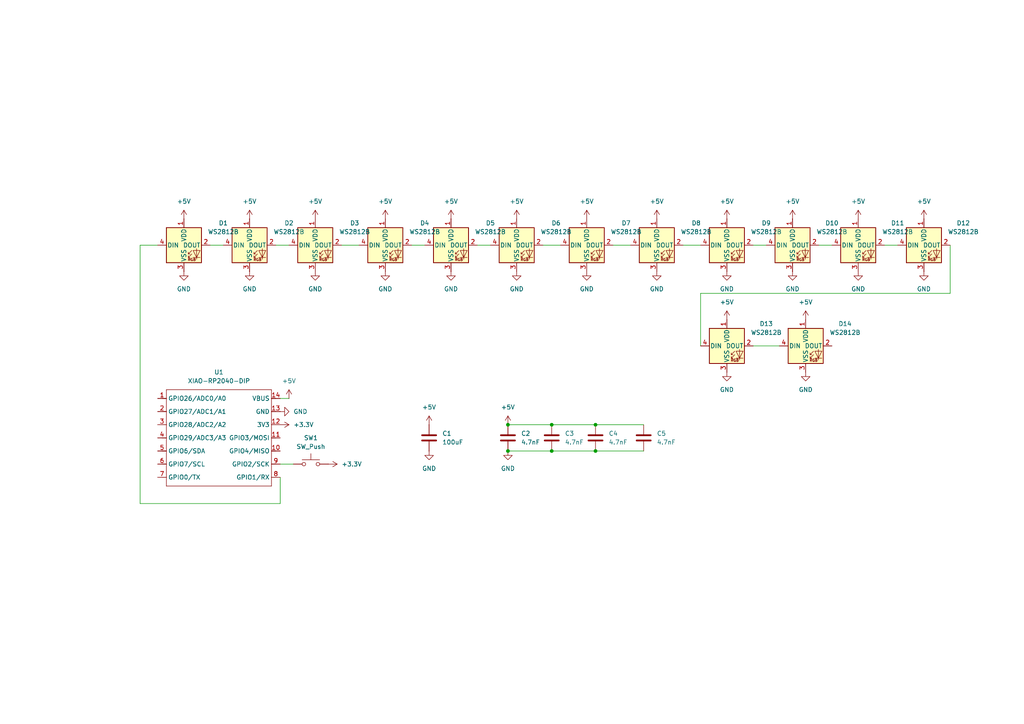
<source format=kicad_sch>
(kicad_sch (version 20250114) (generator "eeschema") (generator_version "9.0")
  (paper "A4")
  (lib_symbols
    (symbol "Device:C" (pin_numbers (hide yes)) (pin_names (offset 0.254))
      (property "Reference" "C" (at 0.635 2.54 0))
      (property "Value" "C" (at 0.635 -2.54 0))
      (symbol "C_0_1"
        (polyline (pts (xy -2.032 0.762) (xy 2.032 0.762)) (stroke (width 0.508)))
        (polyline (pts (xy -2.032 -0.762) (xy 2.032 -0.762)) (stroke (width 0.508)))
      )
      (symbol "C_1_1"
        (pin passive line (at 0 3.81 270) (length 2.794) (name "~") (number "1"))
        (pin passive line (at 0 -3.81 90) (length 2.794) (name "~") (number "2"))
      )
    )
    (symbol "LED:WS2812B" (pin_names (offset 0.254))
      (property "Reference" "D" (at 5.08 5.715 0))
      (property "Value" "WS2812B" (at 1.27 -5.715 0))
      (symbol "WS2812B_0_0"
        (text "RGB" (at 2.286 -4.191 0) (effects (font (size 0.762 0.762))))
      )
      (symbol "WS2812B_0_1"
        (polyline (pts (xy 1.27 -2.54) (xy 1.778 -2.54)))
        (polyline (pts (xy 1.27 -3.556) (xy 1.778 -3.556)))
        (polyline (pts (xy 2.286 -1.524) (xy 1.27 -2.54) (xy 1.27 -2.032)))
        (polyline (pts (xy 2.286 -2.54) (xy 1.27 -3.556) (xy 1.27 -3.048)))
        (polyline (pts (xy 3.683 -1.016) (xy 3.683 -3.556) (xy 3.683 -4.064)))
        (polyline (pts (xy 4.699 -1.524) (xy 2.667 -1.524) (xy 3.683 -3.556) (xy 4.699 -1.524)))
        (polyline (pts (xy 4.699 -3.556) (xy 2.667 -3.556)))
        (rectangle (start 5.08 5.08) (end -5.08 -5.08) (stroke (width 0.254)) (fill (type background)))
      )
      (symbol "WS2812B_1_1"
        (pin input line (at -7.62 0 0) (length 2.54) (name "DIN") (number "4"))
        (pin power_in line (at 0 7.62 270) (length 2.54) (name "VDD") (number "1"))
        (pin power_in line (at 0 -7.62 90) (length 2.54) (name "VSS") (number "3"))
        (pin output line (at 7.62 0 180) (length 2.54) (name "DOUT") (number "2"))
      )
    )
    (symbol "Seeed_Studio_XIAO_Series:XIAO-RP2040-DIP"
      (property "Reference" "U" (at 0 0 0))
      (property "Value" "XIAO-RP2040-DIP" (at 5.334 -1.778 0))
      (symbol "XIAO-RP2040-DIP_1_0"
        (polyline (pts (xy -1.27 -2.54) (xy 29.21 -2.54)) (stroke (width 0.1524)))
        (polyline (pts (xy -1.27 -5.08) (xy -2.54 -5.08)) (stroke (width 0.1524)))
        (polyline (pts (xy -1.27 -5.08) (xy -1.27 -2.54)) (stroke (width 0.1524)))
        (polyline (pts (xy -1.27 -8.89) (xy -2.54 -8.89)) (stroke (width 0.1524)))
        (polyline (pts (xy -1.27 -8.89) (xy -1.27 -5.08)) (stroke (width 0.1524)))
        (polyline (pts (xy -1.27 -12.7) (xy -2.54 -12.7)) (stroke (width 0.1524)))
        (polyline (pts (xy -1.27 -12.7) (xy -1.27 -8.89)) (stroke (width 0.1524)))
        (polyline (pts (xy -1.27 -16.51) (xy -2.54 -16.51)) (stroke (width 0.1524)))
        (polyline (pts (xy -1.27 -16.51) (xy -1.27 -12.7)) (stroke (width 0.1524)))
        (polyline (pts (xy -1.27 -20.32) (xy -2.54 -20.32)) (stroke (width 0.1524)))
        (polyline (pts (xy -1.27 -24.13) (xy -2.54 -24.13)) (stroke (width 0.1524)))
        (polyline (pts (xy -1.27 -27.94) (xy -2.54 -27.94)) (stroke (width 0.1524)))
        (polyline (pts (xy -1.27 -30.48) (xy -1.27 -16.51)) (stroke (width 0.1524)))
        (polyline (pts (xy 29.21 -2.54) (xy 29.21 -5.08)) (stroke (width 0.1524)))
        (polyline (pts (xy 29.21 -5.08) (xy 29.21 -8.89)) (stroke (width 0.1524)))
        (polyline (pts (xy 29.21 -8.89) (xy 29.21 -12.7)) (stroke (width 0.1524)))
        (polyline (pts (xy 29.21 -12.7) (xy 29.21 -30.48)) (stroke (width 0.1524)))
        (polyline (pts (xy 29.21 -30.48) (xy -1.27 -30.48)) (stroke (width 0.1524)))
        (polyline (pts (xy 30.48 -5.08) (xy 29.21 -5.08)) (stroke (width 0.1524)))
        (polyline (pts (xy 30.48 -8.89) (xy 29.21 -8.89)) (stroke (width 0.1524)))
        (polyline (pts (xy 30.48 -12.7) (xy 29.21 -12.7)) (stroke (width 0.1524)))
        (polyline (pts (xy 30.48 -16.51) (xy 29.21 -16.51)) (stroke (width 0.1524)))
        (polyline (pts (xy 30.48 -20.32) (xy 29.21 -20.32)) (stroke (width 0.1524)))
        (polyline (pts (xy 30.48 -24.13) (xy 29.21 -24.13)) (stroke (width 0.1524)))
        (polyline (pts (xy 30.48 -27.94) (xy 29.21 -27.94)) (stroke (width 0.1524)))
        (pin passive line (at -3.81 -5.08 0) (length 2.54) (name "GPIO26/ADC0/A0") (number "1"))
        (pin passive line (at -3.81 -8.89 0) (length 2.54) (name "GPIO27/ADC1/A1") (number "2"))
        (pin passive line (at -3.81 -12.7 0) (length 2.54) (name "GPIO28/ADC2/A2") (number "3"))
        (pin passive line (at -3.81 -16.51 0) (length 2.54) (name "GPIO29/ADC3/A3") (number "4"))
        (pin passive line (at -3.81 -20.32 0) (length 2.54) (name "GPIO6/SDA") (number "5"))
        (pin passive line (at -3.81 -24.13 0) (length 2.54) (name "GPIO7/SCL") (number "6"))
        (pin passive line (at -3.81 -27.94 0) (length 2.54) (name "GPIO0/TX") (number "7"))
        (pin passive line (at 31.75 -5.08 180) (length 2.54) (name "VBUS") (number "14"))
        (pin passive line (at 31.75 -8.89 180) (length 2.54) (name "GND") (number "13"))
        (pin passive line (at 31.75 -12.7 180) (length 2.54) (name "3V3") (number "12"))
        (pin passive line (at 31.75 -16.51 180) (length 2.54) (name "GPIO3/MOSI") (number "11"))
        (pin passive line (at 31.75 -20.32 180) (length 2.54) (name "GPIO4/MISO") (number "10"))
        (pin passive line (at 31.75 -24.13 180) (length 2.54) (name "GPIO2/SCK") (number "9"))
        (pin passive line (at 31.75 -27.94 180) (length 2.54) (name "GPIO1/RX") (number "8"))
      )
    )
    (symbol "Switch:SW_Push" (pin_numbers (hide yes)) (pin_names (offset 1.016) (hide yes))
      (property "Reference" "SW" (at 1.27 2.54 0))
      (property "Value" "SW_Push" (at 0 -1.524 0))
      (symbol "SW_Push_0_1"
        (circle (center -2.032 0) (radius 0.508))
        (polyline (pts (xy 0 1.27) (xy 0 3.048)))
        (circle (center 2.032 0) (radius 0.508))
        (polyline (pts (xy 2.54 1.27) (xy -2.54 1.27)))
        (pin passive line (at -5.08 0 0) (length 2.54) (name "1") (number "1"))
        (pin passive line (at 5.08 0 180) (length 2.54) (name "2") (number "2"))
      )
    )
    (symbol "power:+3.3V" (power) (pin_numbers (hide yes)) (pin_names (offset 0) (hide yes))
      (property "Value" "+3.3V" (at 0 3.556 0))
      (symbol "+3.3V_0_1"
        (polyline (pts (xy -0.762 1.27) (xy 0 2.54)))
        (polyline (pts (xy 0 2.54) (xy 0.762 1.27)))
        (polyline (pts (xy 0 0) (xy 0 2.54)))
      )
      (symbol "+3.3V_1_1"
        (pin power_in line (at 0 0 90) (length 0) (name "~") (number "1"))
      )
    )
    (symbol "power:+5V" (power) (pin_numbers (hide yes)) (pin_names (offset 0) (hide yes))
      (property "Value" "+5V" (at 0 3.556 0))
      (symbol "+5V_0_1"
        (polyline (pts (xy -0.762 1.27) (xy 0 2.54)))
        (polyline (pts (xy 0 2.54) (xy 0.762 1.27)))
        (polyline (pts (xy 0 0) (xy 0 2.54)))
      )
      (symbol "+5V_1_1"
        (pin power_in line (at 0 0 90) (length 0) (name "~") (number "1"))
      )
    )
    (symbol "power:GND" (power) (pin_numbers (hide yes)) (pin_names (offset 0) (hide yes))
      (property "Value" "GND" (at 0 -3.81 0))
      (symbol "GND_0_1"
        (polyline (pts (xy 0 0) (xy 0 -1.27) (xy 1.27 -1.27) (xy 0 -2.54) (xy -1.27 -1.27) (xy 0 -1.27)))
      )
      (symbol "GND_1_1"
        (pin power_in line (at 0 0 270) (length 0) (name "~") (number "1"))
      )
    )
  )
  (junction (at 147.32 123.19))
  (junction (at 160.02 123.19))
  (junction (at 147.32 130.81))
  (junction (at 172.72 123.19))
  (junction (at 172.72 130.81))
  (junction (at 160.02 130.81))
  (wire (pts (xy 237.49 71.12) (xy 241.3 71.12)))
  (wire (pts (xy 157.48 71.12) (xy 162.56 71.12)))
  (wire (pts (xy 256.54 71.12) (xy 260.35 71.12)))
  (wire (pts (xy 40.64 146.05) (xy 81.28 146.05)))
  (wire (pts (xy 60.96 71.12) (xy 64.77 71.12)))
  (wire (pts (xy 80.01 71.12) (xy 83.82 71.12)))
  (wire (pts (xy 177.8 71.12) (xy 182.88 71.12)))
  (wire (pts (xy 160.02 123.19) (xy 172.72 123.19)))
  (wire (pts (xy 81.28 115.57) (xy 83.82 115.57)))
  (wire (pts (xy 119.38 71.12) (xy 123.19 71.12)))
  (wire (pts (xy 160.02 130.81) (xy 172.72 130.81)))
  (wire (pts (xy 275.59 71.12) (xy 275.59 85.09)))
  (wire (pts (xy 81.28 146.05) (xy 81.28 138.43)))
  (wire (pts (xy 147.32 123.19) (xy 160.02 123.19)))
  (wire (pts (xy 147.32 130.81) (xy 160.02 130.81)))
  (wire (pts (xy 172.72 123.19) (xy 186.69 123.19)))
  (wire (pts (xy 138.43 71.12) (xy 142.24 71.12)))
  (wire (pts (xy 218.44 100.33) (xy 226.06 100.33)))
  (wire (pts (xy 40.64 71.12) (xy 40.64 146.05)))
  (wire (pts (xy 198.12 71.12) (xy 203.2 71.12)))
  (wire (pts (xy 218.44 71.12) (xy 222.25 71.12)))
  (wire (pts (xy 45.72 71.12) (xy 40.64 71.12)))
  (wire (pts (xy 203.2 85.09) (xy 203.2 100.33)))
  (wire (pts (xy 99.06 71.12) (xy 104.14 71.12)))
  (wire (pts (xy 172.72 130.81) (xy 186.69 130.81)))
  (wire (pts (xy 81.28 134.62) (xy 85.09 134.62)))
  (wire (pts (xy 275.59 85.09) (xy 203.2 85.09)))
  (symbol (lib_id "Seeed_Studio_XIAO_Series:XIAO-RP2040-DIP") (at 49.53 110.49 0) (unit 1)
    (property "Reference" "U1" (at 63.5 107.95 0))
    (property "Value" "XIAO-RP2040-DIP" (at 63.5 110.49 0))
    (property "Footprint" "XIAO:XIAO-RP2040-DIP" (effects (hide yes)))
  )
  (symbol (lib_id "LED:WS2812B") (at 53.34 71.12 0) (unit 1)
    (property "Reference" "D1" (at 64.77 64.6998 0))
    (property "Value" "WS2812B" (at 64.77 67.2398 0))
    (property "Footprint" "LED_SMD:LED_WS2812B_PLCC4_5.0x5.0mm_P3.2mm" (effects (hide yes)))
    (property "Datasheet" "https://cdn-shop.adafruit.com/datasheets/WS2812B.pdf" (effects (hide yes)))
    (property "Description" "RGB LED with integrated controller" (effects (hide yes)))
  )
  (symbol (lib_id "LED:WS2812B") (at 267.97 71.12 0) (unit 1)
    (property "Reference" "D12" (at 279.4 64.6998 0))
    (property "Value" "WS2812B" (at 279.4 67.2398 0))
    (property "Footprint" "LED_SMD:LED_WS2812B_PLCC4_5.0x5.0mm_P3.2mm" (effects (hide yes)))
    (property "Datasheet" "https://cdn-shop.adafruit.com/datasheets/WS2812B.pdf" (effects (hide yes)))
    (property "Description" "RGB LED with integrated controller" (effects (hide yes)))
  )
  (symbol (lib_id "power:+5V") (at 53.34 63.5 0) (unit 1)
    (property "Reference" "#PWR014" (effects (hide yes)))
    (property "Value" "+5V" (at 53.34 58.42 0))
    (property "Description" "Power symbol creates a global label with name \"+5V\"" (effects (hide yes)))
  )
  (symbol (lib_id "LED:WS2812B") (at 130.81 71.12 0) (unit 1)
    (property "Reference" "D5" (at 142.24 64.6998 0))
    (property "Value" "WS2812B" (at 142.24 67.2398 0))
    (property "Footprint" "LED_SMD:LED_WS2812B_PLCC4_5.0x5.0mm_P3.2mm" (effects (hide yes)))
    (property "Datasheet" "https://cdn-shop.adafruit.com/datasheets/WS2812B.pdf" (effects (hide yes)))
    (property "Description" "RGB LED with integrated controller" (effects (hide yes)))
  )
  (symbol (lib_id "LED:WS2812B") (at 248.92 71.12 0) (unit 1)
    (property "Reference" "D11" (at 260.35 64.6998 0))
    (property "Value" "WS2812B" (at 260.35 67.2398 0))
    (property "Footprint" "LED_SMD:LED_WS2812B_PLCC4_5.0x5.0mm_P3.2mm" (effects (hide yes)))
    (property "Datasheet" "https://cdn-shop.adafruit.com/datasheets/WS2812B.pdf" (effects (hide yes)))
    (property "Description" "RGB LED with integrated controller" (effects (hide yes)))
  )
  (symbol (lib_id "power:+5V") (at 149.86 63.5 0) (unit 1)
    (property "Reference" "#PWR019" (effects (hide yes)))
    (property "Value" "+5V" (at 149.86 58.42 0))
    (property "Description" "Power symbol creates a global label with name \"+5V\"" (effects (hide yes)))
  )
  (symbol (lib_id "power:GND") (at 233.68 107.95 0) (unit 1)
    (property "Reference" "#PWR036" (effects (hide yes)))
    (property "Value" "GND" (at 233.68 113.03 0))
    (property "Description" "Power symbol creates a global label with name \"GND\" , ground" (effects (hide yes)))
  )
  (symbol (lib_id "power:GND") (at 147.32 130.81 0) (unit 1)
    (property "Reference" "#PWR032" (effects (hide yes)))
    (property "Value" "GND" (at 147.32 135.89 0))
    (property "Description" "Power symbol creates a global label with name \"GND\" , ground" (effects (hide yes)))
  )
  (symbol (lib_id "LED:WS2812B") (at 91.44 71.12 0) (unit 1)
    (property "Reference" "D3" (at 102.87 64.6998 0))
    (property "Value" "WS2812B" (at 102.87 67.2398 0))
    (property "Footprint" "LED_SMD:LED_WS2812B_PLCC4_5.0x5.0mm_P3.2mm" (effects (hide yes)))
    (property "Datasheet" "https://cdn-shop.adafruit.com/datasheets/WS2812B.pdf" (effects (hide yes)))
    (property "Description" "RGB LED with integrated controller" (effects (hide yes)))
  )
  (symbol (lib_id "power:+3.3V") (at 95.25 134.62 270) (unit 1)
    (property "Reference" "#PWR030" (effects (hide yes)))
    (property "Value" "+3.3V" (at 99.06 134.6199 90) (effects (justify left)))
    (property "Description" "Power symbol creates a global label with name \"+3.3V\"" (effects (hide yes)))
  )
  (symbol (lib_id "power:GND") (at 248.92 78.74 0) (unit 1)
    (property "Reference" "#PWR013" (effects (hide yes)))
    (property "Value" "GND" (at 248.92 83.82 0))
    (property "Description" "Power symbol creates a global label with name \"GND\" , ground" (effects (hide yes)))
  )
  (symbol (lib_id "power:+5V") (at 267.97 63.5 0) (unit 1)
    (property "Reference" "#PWR027" (effects (hide yes)))
    (property "Value" "+5V" (at 267.97 58.42 0))
    (property "Description" "Power symbol creates a global label with name \"+5V\"" (effects (hide yes)))
  )
  (symbol (lib_id "power:+5V") (at 170.18 63.5 0) (unit 1)
    (property "Reference" "#PWR020" (effects (hide yes)))
    (property "Value" "+5V" (at 170.18 58.42 0))
    (property "Description" "Power symbol creates a global label with name \"+5V\"" (effects (hide yes)))
  )
  (symbol (lib_id "Device:C") (at 124.46 127 0) (unit 1)
    (property "Reference" "C1" (at 128.27 125.7299 0) (effects (justify left)))
    (property "Value" "100uF" (at 128.27 128.2699 0) (effects (justify left)))
    (property "Footprint" "Capacitor_SMD:C_1206_3216Metric_Pad1.33x1.80mm_HandSolder" (effects (hide yes)))
    (property "Description" "Unpolarized capacitor" (effects (hide yes)))
  )
  (symbol (lib_id "Device:C") (at 186.69 127 0) (unit 1)
    (property "Reference" "C5" (at 190.5 125.7299 0) (effects (justify left)))
    (property "Value" "4.7nF" (at 190.5 128.2699 0) (effects (justify left)))
    (property "Footprint" "Capacitor_SMD:C_0402_1005Metric_Pad0.74x0.62mm_HandSolder" (effects (hide yes)))
    (property "Description" "Unpolarized capacitor" (effects (hide yes)))
  )
  (symbol (lib_id "LED:WS2812B") (at 170.18 71.12 0) (unit 1)
    (property "Reference" "D7" (at 181.61 64.6998 0))
    (property "Value" "WS2812B" (at 181.61 67.2398 0))
    (property "Footprint" "LED_SMD:LED_WS2812B_PLCC4_5.0x5.0mm_P3.2mm" (effects (hide yes)))
    (property "Datasheet" "https://cdn-shop.adafruit.com/datasheets/WS2812B.pdf" (effects (hide yes)))
    (property "Description" "RGB LED with integrated controller" (effects (hide yes)))
  )
  (symbol (lib_id "power:+5V") (at 190.5 63.5 0) (unit 1)
    (property "Reference" "#PWR021" (effects (hide yes)))
    (property "Value" "+5V" (at 190.5 58.42 0))
    (property "Description" "Power symbol creates a global label with name \"+5V\"" (effects (hide yes)))
  )
  (symbol (lib_id "power:+5V") (at 147.32 123.19 0) (unit 1)
    (property "Reference" "#PWR028" (effects (hide yes)))
    (property "Value" "+5V" (at 147.32 118.11 0))
    (property "Description" "Power symbol creates a global label with name \"+5V\"" (effects (hide yes)))
  )
  (symbol (lib_id "power:GND") (at 267.97 78.74 0) (unit 1)
    (property "Reference" "#PWR024" (effects (hide yes)))
    (property "Value" "GND" (at 267.97 83.82 0))
    (property "Description" "Power symbol creates a global label with name \"GND\" , ground" (effects (hide yes)))
  )
  (symbol (lib_id "power:GND") (at 210.82 107.95 0) (unit 1)
    (property "Reference" "#PWR033" (effects (hide yes)))
    (property "Value" "GND" (at 210.82 113.03 0))
    (property "Description" "Power symbol creates a global label with name \"GND\" , ground" (effects (hide yes)))
  )
  (symbol (lib_id "LED:WS2812B") (at 210.82 71.12 0) (unit 1)
    (property "Reference" "D9" (at 222.25 64.6998 0))
    (property "Value" "WS2812B" (at 222.25 67.2398 0))
    (property "Footprint" "LED_SMD:LED_WS2812B_PLCC4_5.0x5.0mm_P3.2mm" (effects (hide yes)))
    (property "Datasheet" "https://cdn-shop.adafruit.com/datasheets/WS2812B.pdf" (effects (hide yes)))
    (property "Description" "RGB LED with integrated controller" (effects (hide yes)))
  )
  (symbol (lib_id "power:GND") (at 111.76 78.74 0) (unit 1)
    (property "Reference" "#PWR06" (effects (hide yes)))
    (property "Value" "GND" (at 111.76 83.82 0))
    (property "Description" "Power symbol creates a global label with name \"GND\" , ground" (effects (hide yes)))
  )
  (symbol (lib_id "LED:WS2812B") (at 72.39 71.12 0) (unit 1)
    (property "Reference" "D2" (at 83.82 64.6998 0))
    (property "Value" "WS2812B" (at 83.82 67.2398 0))
    (property "Footprint" "LED_SMD:LED_WS2812B_PLCC4_5.0x5.0mm_P3.2mm" (effects (hide yes)))
    (property "Datasheet" "https://cdn-shop.adafruit.com/datasheets/WS2812B.pdf" (effects (hide yes)))
    (property "Description" "RGB LED with integrated controller" (effects (hide yes)))
  )
  (symbol (lib_id "power:GND") (at 229.87 78.74 0) (unit 1)
    (property "Reference" "#PWR012" (effects (hide yes)))
    (property "Value" "GND" (at 229.87 83.82 0))
    (property "Description" "Power symbol creates a global label with name \"GND\" , ground" (effects (hide yes)))
  )
  (symbol (lib_id "power:+5V") (at 248.92 63.5 0) (unit 1)
    (property "Reference" "#PWR025" (effects (hide yes)))
    (property "Value" "+5V" (at 248.92 58.42 0))
    (property "Description" "Power symbol creates a global label with name \"+5V\"" (effects (hide yes)))
  )
  (symbol (lib_id "power:+5V") (at 83.82 115.57 0) (unit 1)
    (property "Reference" "#PWR026" (effects (hide yes)))
    (property "Value" "+5V" (at 83.82 110.49 0))
    (property "Description" "Power symbol creates a global label with name \"+5V\"" (effects (hide yes)))
  )
  (symbol (lib_id "LED:WS2812B") (at 233.68 100.33 0) (unit 1)
    (property "Reference" "D14" (at 245.11 93.9098 0))
    (property "Value" "WS2812B" (at 245.11 96.4498 0))
    (property "Footprint" "LED_SMD:LED_WS2812B_PLCC4_5.0x5.0mm_P3.2mm" (effects (hide yes)))
    (property "Datasheet" "https://cdn-shop.adafruit.com/datasheets/WS2812B.pdf" (effects (hide yes)))
    (property "Description" "RGB LED with integrated controller" (effects (hide yes)))
  )
  (symbol (lib_id "power:+5V") (at 229.87 63.5 0) (unit 1)
    (property "Reference" "#PWR023" (effects (hide yes)))
    (property "Value" "+5V" (at 229.87 58.42 0))
    (property "Description" "Power symbol creates a global label with name \"+5V\"" (effects (hide yes)))
  )
  (symbol (lib_id "LED:WS2812B") (at 111.76 71.12 0) (unit 1)
    (property "Reference" "D4" (at 123.19 64.6998 0))
    (property "Value" "WS2812B" (at 123.19 67.2398 0))
    (property "Footprint" "LED_SMD:LED_WS2812B_PLCC4_5.0x5.0mm_P3.2mm" (effects (hide yes)))
    (property "Datasheet" "https://cdn-shop.adafruit.com/datasheets/WS2812B.pdf" (effects (hide yes)))
    (property "Description" "RGB LED with integrated controller" (effects (hide yes)))
  )
  (symbol (lib_id "power:GND") (at 170.18 78.74 0) (unit 1)
    (property "Reference" "#PWR09" (effects (hide yes)))
    (property "Value" "GND" (at 170.18 83.82 0))
    (property "Description" "Power symbol creates a global label with name \"GND\" , ground" (effects (hide yes)))
  )
  (symbol (lib_id "Device:C") (at 172.72 127 0) (unit 1)
    (property "Reference" "C4" (at 176.53 125.7299 0) (effects (justify left)))
    (property "Value" "4.7nF" (at 176.53 128.2699 0) (effects (justify left)))
    (property "Footprint" "Capacitor_SMD:C_0402_1005Metric_Pad0.74x0.62mm_HandSolder" (effects (hide yes)))
    (property "Description" "Unpolarized capacitor" (effects (hide yes)))
  )
  (symbol (lib_id "power:GND") (at 210.82 78.74 0) (unit 1)
    (property "Reference" "#PWR011" (effects (hide yes)))
    (property "Value" "GND" (at 210.82 83.82 0))
    (property "Description" "Power symbol creates a global label with name \"GND\" , ground" (effects (hide yes)))
  )
  (symbol (lib_id "power:GND") (at 124.46 130.81 0) (unit 1)
    (property "Reference" "#PWR031" (effects (hide yes)))
    (property "Value" "GND" (at 124.46 135.89 0))
    (property "Description" "Power symbol creates a global label with name \"GND\" , ground" (effects (hide yes)))
  )
  (symbol (lib_id "power:+5V") (at 72.39 63.5 0) (unit 1)
    (property "Reference" "#PWR015" (effects (hide yes)))
    (property "Value" "+5V" (at 72.39 58.42 0))
    (property "Description" "Power symbol creates a global label with name \"+5V\"" (effects (hide yes)))
  )
  (symbol (lib_id "LED:WS2812B") (at 149.86 71.12 0) (unit 1)
    (property "Reference" "D6" (at 161.29 64.6998 0))
    (property "Value" "WS2812B" (at 161.29 67.2398 0))
    (property "Footprint" "LED_SMD:LED_WS2812B_PLCC4_5.0x5.0mm_P3.2mm" (effects (hide yes)))
    (property "Datasheet" "https://cdn-shop.adafruit.com/datasheets/WS2812B.pdf" (effects (hide yes)))
    (property "Description" "RGB LED with integrated controller" (effects (hide yes)))
  )
  (symbol (lib_id "power:GND") (at 190.5 78.74 0) (unit 1)
    (property "Reference" "#PWR010" (effects (hide yes)))
    (property "Value" "GND" (at 190.5 83.82 0))
    (property "Description" "Power symbol creates a global label with name \"GND\" , ground" (effects (hide yes)))
  )
  (symbol (lib_id "power:+5V") (at 111.76 63.5 0) (unit 1)
    (property "Reference" "#PWR017" (effects (hide yes)))
    (property "Value" "+5V" (at 111.76 58.42 0))
    (property "Description" "Power symbol creates a global label with name \"+5V\"" (effects (hide yes)))
  )
  (symbol (lib_id "power:+5V") (at 124.46 123.19 0) (unit 1)
    (property "Reference" "#PWR02" (effects (hide yes)))
    (property "Value" "+5V" (at 124.46 118.11 0))
    (property "Description" "Power symbol creates a global label with name \"+5V\"" (effects (hide yes)))
  )
  (symbol (lib_id "power:+5V") (at 91.44 63.5 0) (unit 1)
    (property "Reference" "#PWR016" (effects (hide yes)))
    (property "Value" "+5V" (at 91.44 58.42 0))
    (property "Description" "Power symbol creates a global label with name \"+5V\"" (effects (hide yes)))
  )
  (symbol (lib_id "power:GND") (at 91.44 78.74 0) (unit 1)
    (property "Reference" "#PWR05" (effects (hide yes)))
    (property "Value" "GND" (at 91.44 83.82 0))
    (property "Description" "Power symbol creates a global label with name \"GND\" , ground" (effects (hide yes)))
  )
  (symbol (lib_id "power:+5V") (at 210.82 63.5 0) (unit 1)
    (property "Reference" "#PWR022" (effects (hide yes)))
    (property "Value" "+5V" (at 210.82 58.42 0))
    (property "Description" "Power symbol creates a global label with name \"+5V\"" (effects (hide yes)))
  )
  (symbol (lib_id "power:GND") (at 81.28 119.38 90) (unit 1)
    (property "Reference" "#PWR01" (effects (hide yes)))
    (property "Value" "GND" (at 85.09 119.3799 90) (effects (justify right)))
    (property "Description" "Power symbol creates a global label with name \"GND\" , ground" (effects (hide yes)))
  )
  (symbol (lib_id "power:GND") (at 53.34 78.74 0) (unit 1)
    (property "Reference" "#PWR03" (effects (hide yes)))
    (property "Value" "GND" (at 53.34 83.82 0))
    (property "Description" "Power symbol creates a global label with name \"GND\" , ground" (effects (hide yes)))
  )
  (symbol (lib_id "Switch:SW_Push") (at 90.17 134.62 0) (unit 1)
    (property "Reference" "SW1" (at 90.17 127 0))
    (property "Value" "SW_Push" (at 90.17 129.54 0))
    (property "Footprint" "Button_Switch_Keyboard:SW_Cherry_MX_1.00u_PCB" (effects (hide yes)))
    (property "Description" "Push button switch, generic, two pins" (effects (hide yes)))
  )
  (symbol (lib_id "power:+5V") (at 210.82 92.71 0) (unit 1)
    (property "Reference" "#PWR035" (effects (hide yes)))
    (property "Value" "+5V" (at 210.82 87.63 0))
    (property "Description" "Power symbol creates a global label with name \"+5V\"" (effects (hide yes)))
  )
  (symbol (lib_id "power:+3.3V") (at 81.28 123.19 270) (unit 1)
    (property "Reference" "#PWR029" (effects (hide yes)))
    (property "Value" "+3.3V" (at 85.09 123.1899 90) (effects (justify left)))
    (property "Description" "Power symbol creates a global label with name \"+3.3V\"" (effects (hide yes)))
  )
  (symbol (lib_id "LED:WS2812B") (at 190.5 71.12 0) (unit 1)
    (property "Reference" "D8" (at 201.93 64.6998 0))
    (property "Value" "WS2812B" (at 201.93 67.2398 0))
    (property "Footprint" "LED_SMD:LED_WS2812B_PLCC4_5.0x5.0mm_P3.2mm" (effects (hide yes)))
    (property "Datasheet" "https://cdn-shop.adafruit.com/datasheets/WS2812B.pdf" (effects (hide yes)))
    (property "Description" "RGB LED with integrated controller" (effects (hide yes)))
  )
  (symbol (lib_id "LED:WS2812B") (at 229.87 71.12 0) (unit 1)
    (property "Reference" "D10" (at 241.3 64.6998 0))
    (property "Value" "WS2812B" (at 241.3 67.2398 0))
    (property "Footprint" "LED_SMD:LED_WS2812B_PLCC4_5.0x5.0mm_P3.2mm" (effects (hide yes)))
    (property "Datasheet" "https://cdn-shop.adafruit.com/datasheets/WS2812B.pdf" (effects (hide yes)))
    (property "Description" "RGB LED with integrated controller" (effects (hide yes)))
  )
  (symbol (lib_id "LED:WS2812B") (at 210.82 100.33 0) (unit 1)
    (property "Reference" "D13" (at 222.25 93.9098 0))
    (property "Value" "WS2812B" (at 222.25 96.4498 0))
    (property "Footprint" "LED_SMD:LED_WS2812B_PLCC4_5.0x5.0mm_P3.2mm" (effects (hide yes)))
    (property "Datasheet" "https://cdn-shop.adafruit.com/datasheets/WS2812B.pdf" (effects (hide yes)))
    (property "Description" "RGB LED with integrated controller" (effects (hide yes)))
  )
  (symbol (lib_id "power:+5V") (at 130.81 63.5 0) (unit 1)
    (property "Reference" "#PWR018" (effects (hide yes)))
    (property "Value" "+5V" (at 130.81 58.42 0))
    (property "Description" "Power symbol creates a global label with name \"+5V\"" (effects (hide yes)))
  )
  (symbol (lib_id "Device:C") (at 160.02 127 0) (unit 1)
    (property "Reference" "C3" (at 163.83 125.7299 0) (effects (justify left)))
    (property "Value" "4.7nF" (at 163.83 128.2699 0) (effects (justify left)))
    (property "Footprint" "Capacitor_SMD:C_0402_1005Metric_Pad0.74x0.62mm_HandSolder" (effects (hide yes)))
    (property "Description" "Unpolarized capacitor" (effects (hide yes)))
  )
  (symbol (lib_id "Device:C") (at 147.32 127 0) (unit 1)
    (property "Reference" "C2" (at 151.13 125.7299 0) (effects (justify left)))
    (property "Value" "4.7nF" (at 151.13 128.2699 0) (effects (justify left)))
    (property "Footprint" "Capacitor_SMD:C_0402_1005Metric_Pad0.74x0.62mm_HandSolder" (effects (hide yes)))
    (property "Description" "Unpolarized capacitor" (effects (hide yes)))
  )
  (symbol (lib_id "power:+5V") (at 233.68 92.71 0) (unit 1)
    (property "Reference" "#PWR034" (effects (hide yes)))
    (property "Value" "+5V" (at 233.68 87.63 0))
    (property "Description" "Power symbol creates a global label with name \"+5V\"" (effects (hide yes)))
  )
  (symbol (lib_id "power:GND") (at 130.81 78.74 0) (unit 1)
    (property "Reference" "#PWR07" (effects (hide yes)))
    (property "Value" "GND" (at 130.81 83.82 0))
    (property "Description" "Power symbol creates a global label with name \"GND\" , ground" (effects (hide yes)))
  )
  (symbol (lib_id "power:GND") (at 149.86 78.74 0) (unit 1)
    (property "Reference" "#PWR08" (effects (hide yes)))
    (property "Value" "GND" (at 149.86 83.82 0))
    (property "Description" "Power symbol creates a global label with name \"GND\" , ground" (effects (hide yes)))
  )
  (symbol (lib_id "power:GND") (at 72.39 78.74 0) (unit 1)
    (property "Reference" "#PWR04" (effects (hide yes)))
    (property "Value" "GND" (at 72.39 83.82 0))
    (property "Description" "Power symbol creates a global label with name \"GND\" , ground" (effects (hide yes)))
  )
)
</source>
